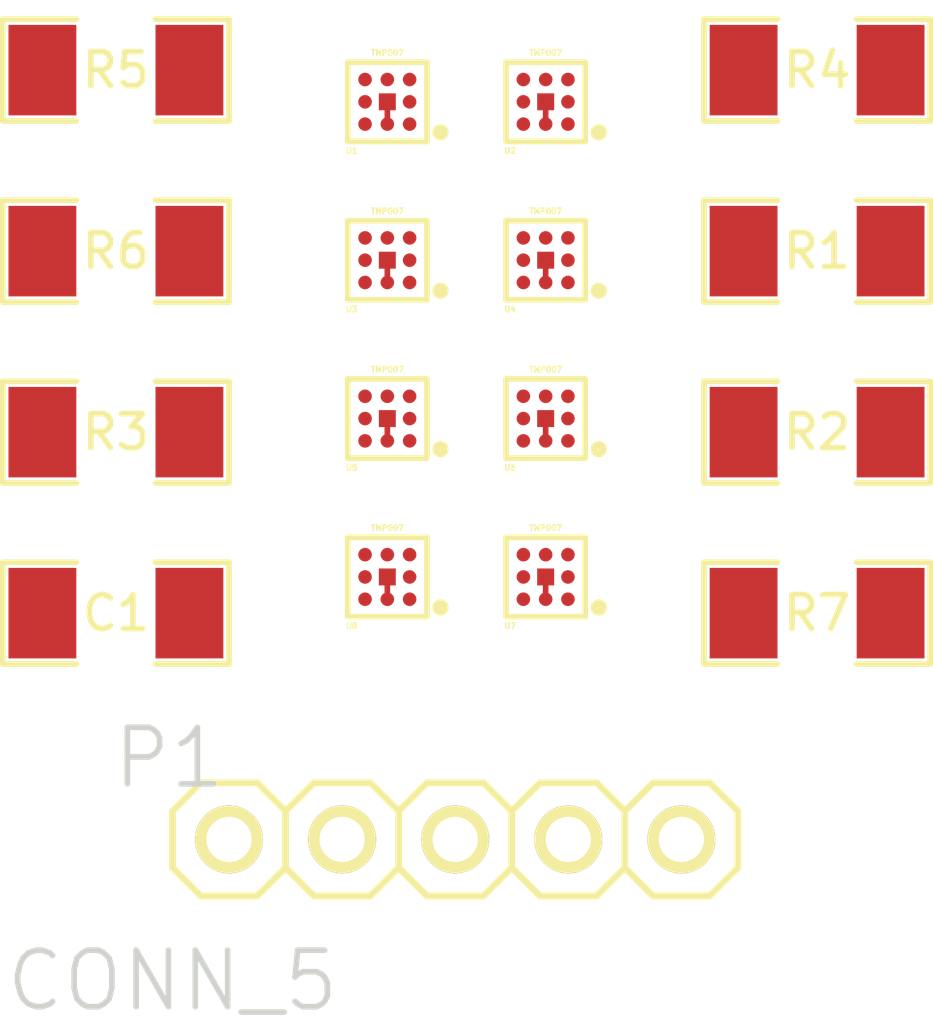
<source format=kicad_pcb>
(kicad_pcb (version 3) (host pcbnew "(2013-07-07 BZR 4022)-stable")

  (general
    (links 76)
    (no_connects 76)
    (area 0 0 0 0)
    (thickness 1.6)
    (drawings 0)
    (tracks 0)
    (zones 0)
    (modules 17)
    (nets 10)
  )

  (page A3)
  (layers
    (15 F.Cu signal)
    (0 B.Cu signal)
    (16 B.Adhes user)
    (17 F.Adhes user)
    (18 B.Paste user)
    (19 F.Paste user)
    (20 B.SilkS user)
    (21 F.SilkS user)
    (22 B.Mask user)
    (23 F.Mask user)
    (24 Dwgs.User user)
    (25 Cmts.User user)
    (26 Eco1.User user)
    (27 Eco2.User user)
    (28 Edge.Cuts user)
  )

  (setup
    (last_trace_width 0.254)
    (trace_clearance 0.254)
    (zone_clearance 0.508)
    (zone_45_only no)
    (trace_min 0.254)
    (segment_width 0.2)
    (edge_width 0.1)
    (via_size 0.889)
    (via_drill 0.635)
    (via_min_size 0.889)
    (via_min_drill 0.508)
    (uvia_size 0.508)
    (uvia_drill 0.127)
    (uvias_allowed no)
    (uvia_min_size 0.508)
    (uvia_min_drill 0.127)
    (pcb_text_width 0.3)
    (pcb_text_size 1.5 1.5)
    (mod_edge_width 0.15)
    (mod_text_size 1 1)
    (mod_text_width 0.15)
    (pad_size 0.127 0.500381)
    (pad_drill 0)
    (pad_to_mask_clearance 0)
    (aux_axis_origin 0 0)
    (visible_elements FFFFFBBF)
    (pcbplotparams
      (layerselection 3178497)
      (usegerberextensions true)
      (excludeedgelayer true)
      (linewidth 0.150000)
      (plotframeref false)
      (viasonmask false)
      (mode 1)
      (useauxorigin false)
      (hpglpennumber 1)
      (hpglpenspeed 20)
      (hpglpendiameter 15)
      (hpglpenoverlay 2)
      (psnegative false)
      (psa4output false)
      (plotreference true)
      (plotvalue true)
      (plotothertext true)
      (plotinvisibletext false)
      (padsonsilk false)
      (subtractmaskfromsilk false)
      (outputformat 1)
      (mirror false)
      (drillshape 1)
      (scaleselection 1)
      (outputdirectory ""))
  )

  (net 0 "")
  (net 1 /DRDY)
  (net 2 /GR0)
  (net 3 /GR1)
  (net 4 /SCL)
  (net 5 /SDA)
  (net 6 /VR0)
  (net 7 /VR1)
  (net 8 GND)
  (net 9 VCC)

  (net_class Default "This is the default net class."
    (clearance 0.254)
    (trace_width 0.254)
    (via_dia 0.889)
    (via_drill 0.635)
    (uvia_dia 0.508)
    (uvia_drill 0.127)
    (add_net "")
    (add_net /DRDY)
    (add_net /GR0)
    (add_net /GR1)
    (add_net /SCL)
    (add_net /SDA)
    (add_net /VR0)
    (add_net /VR1)
    (add_net GND)
    (add_net VCC)
  )

  (module TMP007 (layer F.Cu) (tedit 55331A11) (tstamp 55332120)
    (at 229.616 186.1312)
    (path /5527F9F1)
    (fp_text reference U7 (at -0.8 1.1) (layer F.SilkS)
      (effects (font (size 0.127 0.127) (thickness 0.03175)))
    )
    (fp_text value TMP007 (at 0 -1.1) (layer F.SilkS)
      (effects (font (size 0.127 0.127) (thickness 0.03175)))
    )
    (fp_circle (center 1.1938 0.6858) (end 1.287781 0.6858) (layer F.SilkS) (width 0.1778))
    (fp_line (start -0.889 -0.889) (end 0.889 -0.889) (layer F.SilkS) (width 0.127))
    (fp_line (start 0.889 -0.889) (end 0.889 0.889) (layer F.SilkS) (width 0.127))
    (fp_line (start 0.889 0.889) (end -0.889 0.889) (layer F.SilkS) (width 0.127))
    (fp_line (start -0.889 0.889) (end -0.889 -0.889) (layer F.SilkS) (width 0.127))
    (pad 1 smd rect (at 0 0) (size 0.381 0.381)
      (layers F.Cu F.Paste F.Mask)
    )
    (pad B3 smd circle (at -0.500381 0) (size 0.3048 0.3048)
      (layers F.Cu F.Paste F.Mask)
      (net 4 /SCL)
    )
    (pad B1 smd circle (at 0.500381 0) (size 0.3048 0.3048)
      (layers F.Cu F.Paste F.Mask)
      (net 7 /VR1)
    )
    (pad A3 smd circle (at -0.500381 0.500381) (size 0.3048 0.3048)
      (layers F.Cu F.Paste F.Mask)
      (net 9 VCC)
    )
    (pad A2 smd circle (at 0 0.500381) (size 0.3048 0.3048)
      (layers F.Cu F.Paste F.Mask)
      (net 8 GND)
    )
    (pad A1 smd circle (at 0.500381 0.500381) (size 0.3048 0.3048)
      (layers F.Cu F.Paste F.Mask)
      (net 8 GND)
    )
    (pad C3 smd circle (at -0.500381 -0.500381) (size 0.3048 0.3048)
      (layers F.Cu F.Paste F.Mask)
      (net 5 /SDA)
    )
    (pad C2 smd circle (at 0 -0.500381) (size 0.3048 0.3048)
      (layers F.Cu F.Paste F.Mask)
      (net 1 /DRDY)
    )
    (pad C1 smd circle (at 0.500381 -0.500381) (size 0.3048 0.3048)
      (layers F.Cu F.Paste F.Mask)
      (net 4 /SCL)
    )
    (pad GNDW connect rect (at 0 0.25019) (size 0.127 0.500381)
      (layers F.Cu F.Mask)
    )
  )

  (module TMP007 (layer F.Cu) (tedit 55331A11) (tstamp 55331B6D)
    (at 226.06 186.1312)
    (path /5527F9DF)
    (fp_text reference U8 (at -0.8 1.1) (layer F.SilkS)
      (effects (font (size 0.127 0.127) (thickness 0.03175)))
    )
    (fp_text value TMP007 (at 0 -1.1) (layer F.SilkS)
      (effects (font (size 0.127 0.127) (thickness 0.03175)))
    )
    (fp_circle (center 1.1938 0.6858) (end 1.287781 0.6858) (layer F.SilkS) (width 0.1778))
    (fp_line (start -0.889 -0.889) (end 0.889 -0.889) (layer F.SilkS) (width 0.127))
    (fp_line (start 0.889 -0.889) (end 0.889 0.889) (layer F.SilkS) (width 0.127))
    (fp_line (start 0.889 0.889) (end -0.889 0.889) (layer F.SilkS) (width 0.127))
    (fp_line (start -0.889 0.889) (end -0.889 -0.889) (layer F.SilkS) (width 0.127))
    (pad 1 smd rect (at 0 0) (size 0.381 0.381)
      (layers F.Cu F.Paste F.Mask)
    )
    (pad B3 smd circle (at -0.500381 0) (size 0.3048 0.3048)
      (layers F.Cu F.Paste F.Mask)
      (net 4 /SCL)
    )
    (pad B1 smd circle (at 0.500381 0) (size 0.3048 0.3048)
      (layers F.Cu F.Paste F.Mask)
      (net 7 /VR1)
    )
    (pad A3 smd circle (at -0.500381 0.500381) (size 0.3048 0.3048)
      (layers F.Cu F.Paste F.Mask)
      (net 9 VCC)
    )
    (pad A2 smd circle (at 0 0.500381) (size 0.3048 0.3048)
      (layers F.Cu F.Paste F.Mask)
      (net 8 GND)
    )
    (pad A1 smd circle (at 0.500381 0.500381) (size 0.3048 0.3048)
      (layers F.Cu F.Paste F.Mask)
      (net 8 GND)
    )
    (pad C3 smd circle (at -0.500381 -0.500381) (size 0.3048 0.3048)
      (layers F.Cu F.Paste F.Mask)
      (net 5 /SDA)
    )
    (pad C2 smd circle (at 0 -0.500381) (size 0.3048 0.3048)
      (layers F.Cu F.Paste F.Mask)
      (net 1 /DRDY)
    )
    (pad C1 smd circle (at 0.500381 -0.500381) (size 0.3048 0.3048)
      (layers F.Cu F.Paste F.Mask)
      (net 5 /SDA)
    )
    (pad GNDW connect rect (at 0 0.25019) (size 0.127 0.500381)
      (layers F.Cu F.Mask)
    )
  )

  (module TMP007 (layer F.Cu) (tedit 55331A11) (tstamp 55331B80)
    (at 229.616 182.5752)
    (path /5527F9CD)
    (fp_text reference U6 (at -0.8 1.1) (layer F.SilkS)
      (effects (font (size 0.127 0.127) (thickness 0.03175)))
    )
    (fp_text value TMP007 (at 0 -1.1) (layer F.SilkS)
      (effects (font (size 0.127 0.127) (thickness 0.03175)))
    )
    (fp_circle (center 1.1938 0.6858) (end 1.287781 0.6858) (layer F.SilkS) (width 0.1778))
    (fp_line (start -0.889 -0.889) (end 0.889 -0.889) (layer F.SilkS) (width 0.127))
    (fp_line (start 0.889 -0.889) (end 0.889 0.889) (layer F.SilkS) (width 0.127))
    (fp_line (start 0.889 0.889) (end -0.889 0.889) (layer F.SilkS) (width 0.127))
    (fp_line (start -0.889 0.889) (end -0.889 -0.889) (layer F.SilkS) (width 0.127))
    (pad 1 smd rect (at 0 0) (size 0.381 0.381)
      (layers F.Cu F.Paste F.Mask)
    )
    (pad B3 smd circle (at -0.500381 0) (size 0.3048 0.3048)
      (layers F.Cu F.Paste F.Mask)
      (net 4 /SCL)
    )
    (pad B1 smd circle (at 0.500381 0) (size 0.3048 0.3048)
      (layers F.Cu F.Paste F.Mask)
      (net 7 /VR1)
    )
    (pad A3 smd circle (at -0.500381 0.500381) (size 0.3048 0.3048)
      (layers F.Cu F.Paste F.Mask)
      (net 9 VCC)
    )
    (pad A2 smd circle (at 0 0.500381) (size 0.3048 0.3048)
      (layers F.Cu F.Paste F.Mask)
      (net 8 GND)
    )
    (pad A1 smd circle (at 0.500381 0.500381) (size 0.3048 0.3048)
      (layers F.Cu F.Paste F.Mask)
      (net 8 GND)
    )
    (pad C3 smd circle (at -0.500381 -0.500381) (size 0.3048 0.3048)
      (layers F.Cu F.Paste F.Mask)
      (net 5 /SDA)
    )
    (pad C2 smd circle (at 0 -0.500381) (size 0.3048 0.3048)
      (layers F.Cu F.Paste F.Mask)
      (net 1 /DRDY)
    )
    (pad C1 smd circle (at 0.500381 -0.500381) (size 0.3048 0.3048)
      (layers F.Cu F.Paste F.Mask)
      (net 6 /VR0)
    )
    (pad GNDW connect rect (at 0 0.25019) (size 0.127 0.500381)
      (layers F.Cu F.Mask)
    )
  )

  (module TMP007 (layer F.Cu) (tedit 55331A11) (tstamp 55331B93)
    (at 226.06 182.5752)
    (path /5527F9BB)
    (fp_text reference U5 (at -0.8 1.1) (layer F.SilkS)
      (effects (font (size 0.127 0.127) (thickness 0.03175)))
    )
    (fp_text value TMP007 (at 0 -1.1) (layer F.SilkS)
      (effects (font (size 0.127 0.127) (thickness 0.03175)))
    )
    (fp_circle (center 1.1938 0.6858) (end 1.287781 0.6858) (layer F.SilkS) (width 0.1778))
    (fp_line (start -0.889 -0.889) (end 0.889 -0.889) (layer F.SilkS) (width 0.127))
    (fp_line (start 0.889 -0.889) (end 0.889 0.889) (layer F.SilkS) (width 0.127))
    (fp_line (start 0.889 0.889) (end -0.889 0.889) (layer F.SilkS) (width 0.127))
    (fp_line (start -0.889 0.889) (end -0.889 -0.889) (layer F.SilkS) (width 0.127))
    (pad 1 smd rect (at 0 0) (size 0.381 0.381)
      (layers F.Cu F.Paste F.Mask)
    )
    (pad B3 smd circle (at -0.500381 0) (size 0.3048 0.3048)
      (layers F.Cu F.Paste F.Mask)
      (net 4 /SCL)
    )
    (pad B1 smd circle (at 0.500381 0) (size 0.3048 0.3048)
      (layers F.Cu F.Paste F.Mask)
      (net 7 /VR1)
    )
    (pad A3 smd circle (at -0.500381 0.500381) (size 0.3048 0.3048)
      (layers F.Cu F.Paste F.Mask)
      (net 9 VCC)
    )
    (pad A2 smd circle (at 0 0.500381) (size 0.3048 0.3048)
      (layers F.Cu F.Paste F.Mask)
      (net 8 GND)
    )
    (pad A1 smd circle (at 0.500381 0.500381) (size 0.3048 0.3048)
      (layers F.Cu F.Paste F.Mask)
      (net 8 GND)
    )
    (pad C3 smd circle (at -0.500381 -0.500381) (size 0.3048 0.3048)
      (layers F.Cu F.Paste F.Mask)
      (net 5 /SDA)
    )
    (pad C2 smd circle (at 0 -0.500381) (size 0.3048 0.3048)
      (layers F.Cu F.Paste F.Mask)
      (net 1 /DRDY)
    )
    (pad C1 smd circle (at 0.500381 -0.500381) (size 0.3048 0.3048)
      (layers F.Cu F.Paste F.Mask)
      (net 2 /GR0)
    )
    (pad GNDW connect rect (at 0 0.25019) (size 0.127 0.500381)
      (layers F.Cu F.Mask)
    )
  )

  (module TMP007 (layer F.Cu) (tedit 55331A11) (tstamp 55331BA6)
    (at 229.616 179.0192)
    (path /5527F9A9)
    (fp_text reference U4 (at -0.8 1.1) (layer F.SilkS)
      (effects (font (size 0.127 0.127) (thickness 0.03175)))
    )
    (fp_text value TMP007 (at 0 -1.1) (layer F.SilkS)
      (effects (font (size 0.127 0.127) (thickness 0.03175)))
    )
    (fp_circle (center 1.1938 0.6858) (end 1.287781 0.6858) (layer F.SilkS) (width 0.1778))
    (fp_line (start -0.889 -0.889) (end 0.889 -0.889) (layer F.SilkS) (width 0.127))
    (fp_line (start 0.889 -0.889) (end 0.889 0.889) (layer F.SilkS) (width 0.127))
    (fp_line (start 0.889 0.889) (end -0.889 0.889) (layer F.SilkS) (width 0.127))
    (fp_line (start -0.889 0.889) (end -0.889 -0.889) (layer F.SilkS) (width 0.127))
    (pad 1 smd rect (at 0 0) (size 0.381 0.381)
      (layers F.Cu F.Paste F.Mask)
    )
    (pad B3 smd circle (at -0.500381 0) (size 0.3048 0.3048)
      (layers F.Cu F.Paste F.Mask)
      (net 4 /SCL)
    )
    (pad B1 smd circle (at 0.500381 0) (size 0.3048 0.3048)
      (layers F.Cu F.Paste F.Mask)
      (net 2 /GR0)
    )
    (pad A3 smd circle (at -0.500381 0.500381) (size 0.3048 0.3048)
      (layers F.Cu F.Paste F.Mask)
      (net 9 VCC)
    )
    (pad A2 smd circle (at 0 0.500381) (size 0.3048 0.3048)
      (layers F.Cu F.Paste F.Mask)
      (net 8 GND)
    )
    (pad A1 smd circle (at 0.500381 0.500381) (size 0.3048 0.3048)
      (layers F.Cu F.Paste F.Mask)
      (net 8 GND)
    )
    (pad C3 smd circle (at -0.500381 -0.500381) (size 0.3048 0.3048)
      (layers F.Cu F.Paste F.Mask)
      (net 5 /SDA)
    )
    (pad C2 smd circle (at 0 -0.500381) (size 0.3048 0.3048)
      (layers F.Cu F.Paste F.Mask)
      (net 1 /DRDY)
    )
    (pad C1 smd circle (at 0.500381 -0.500381) (size 0.3048 0.3048)
      (layers F.Cu F.Paste F.Mask)
      (net 4 /SCL)
    )
    (pad GNDW connect rect (at 0 0.25019) (size 0.127 0.500381)
      (layers F.Cu F.Mask)
    )
  )

  (module TMP007 (layer F.Cu) (tedit 55331A11) (tstamp 55331BB9)
    (at 226.06 179.0192)
    (path /5527F997)
    (fp_text reference U3 (at -0.8 1.1) (layer F.SilkS)
      (effects (font (size 0.127 0.127) (thickness 0.03175)))
    )
    (fp_text value TMP007 (at 0 -1.1) (layer F.SilkS)
      (effects (font (size 0.127 0.127) (thickness 0.03175)))
    )
    (fp_circle (center 1.1938 0.6858) (end 1.287781 0.6858) (layer F.SilkS) (width 0.1778))
    (fp_line (start -0.889 -0.889) (end 0.889 -0.889) (layer F.SilkS) (width 0.127))
    (fp_line (start 0.889 -0.889) (end 0.889 0.889) (layer F.SilkS) (width 0.127))
    (fp_line (start 0.889 0.889) (end -0.889 0.889) (layer F.SilkS) (width 0.127))
    (fp_line (start -0.889 0.889) (end -0.889 -0.889) (layer F.SilkS) (width 0.127))
    (pad 1 smd rect (at 0 0) (size 0.381 0.381)
      (layers F.Cu F.Paste F.Mask)
    )
    (pad B3 smd circle (at -0.500381 0) (size 0.3048 0.3048)
      (layers F.Cu F.Paste F.Mask)
      (net 4 /SCL)
    )
    (pad B1 smd circle (at 0.500381 0) (size 0.3048 0.3048)
      (layers F.Cu F.Paste F.Mask)
      (net 3 /GR1)
    )
    (pad A3 smd circle (at -0.500381 0.500381) (size 0.3048 0.3048)
      (layers F.Cu F.Paste F.Mask)
      (net 9 VCC)
    )
    (pad A2 smd circle (at 0 0.500381) (size 0.3048 0.3048)
      (layers F.Cu F.Paste F.Mask)
      (net 8 GND)
    )
    (pad A1 smd circle (at 0.500381 0.500381) (size 0.3048 0.3048)
      (layers F.Cu F.Paste F.Mask)
      (net 8 GND)
    )
    (pad C3 smd circle (at -0.500381 -0.500381) (size 0.3048 0.3048)
      (layers F.Cu F.Paste F.Mask)
      (net 5 /SDA)
    )
    (pad C2 smd circle (at 0 -0.500381) (size 0.3048 0.3048)
      (layers F.Cu F.Paste F.Mask)
      (net 1 /DRDY)
    )
    (pad C1 smd circle (at 0.500381 -0.500381) (size 0.3048 0.3048)
      (layers F.Cu F.Paste F.Mask)
      (net 5 /SDA)
    )
    (pad GNDW connect rect (at 0 0.25019) (size 0.127 0.500381)
      (layers F.Cu F.Mask)
    )
  )

  (module TMP007 (layer F.Cu) (tedit 55331A11) (tstamp 55331BCC)
    (at 229.616 175.4632)
    (path /5527F985)
    (fp_text reference U2 (at -0.8 1.1) (layer F.SilkS)
      (effects (font (size 0.127 0.127) (thickness 0.03175)))
    )
    (fp_text value TMP007 (at 0 -1.1) (layer F.SilkS)
      (effects (font (size 0.127 0.127) (thickness 0.03175)))
    )
    (fp_circle (center 1.1938 0.6858) (end 1.287781 0.6858) (layer F.SilkS) (width 0.1778))
    (fp_line (start -0.889 -0.889) (end 0.889 -0.889) (layer F.SilkS) (width 0.127))
    (fp_line (start 0.889 -0.889) (end 0.889 0.889) (layer F.SilkS) (width 0.127))
    (fp_line (start 0.889 0.889) (end -0.889 0.889) (layer F.SilkS) (width 0.127))
    (fp_line (start -0.889 0.889) (end -0.889 -0.889) (layer F.SilkS) (width 0.127))
    (pad 1 smd rect (at 0 0) (size 0.381 0.381)
      (layers F.Cu F.Paste F.Mask)
    )
    (pad B3 smd circle (at -0.500381 0) (size 0.3048 0.3048)
      (layers F.Cu F.Paste F.Mask)
      (net 4 /SCL)
    )
    (pad B1 smd circle (at 0.500381 0) (size 0.3048 0.3048)
      (layers F.Cu F.Paste F.Mask)
      (net 3 /GR1)
    )
    (pad A3 smd circle (at -0.500381 0.500381) (size 0.3048 0.3048)
      (layers F.Cu F.Paste F.Mask)
      (net 9 VCC)
    )
    (pad A2 smd circle (at 0 0.500381) (size 0.3048 0.3048)
      (layers F.Cu F.Paste F.Mask)
      (net 8 GND)
    )
    (pad A1 smd circle (at 0.500381 0.500381) (size 0.3048 0.3048)
      (layers F.Cu F.Paste F.Mask)
      (net 8 GND)
    )
    (pad C3 smd circle (at -0.500381 -0.500381) (size 0.3048 0.3048)
      (layers F.Cu F.Paste F.Mask)
      (net 5 /SDA)
    )
    (pad C2 smd circle (at 0 -0.500381) (size 0.3048 0.3048)
      (layers F.Cu F.Paste F.Mask)
      (net 1 /DRDY)
    )
    (pad C1 smd circle (at 0.500381 -0.500381) (size 0.3048 0.3048)
      (layers F.Cu F.Paste F.Mask)
      (net 6 /VR0)
    )
    (pad GNDW connect rect (at 0 0.25019) (size 0.127 0.500381)
      (layers F.Cu F.Mask)
    )
  )

  (module SM1206 (layer F.Cu) (tedit 42806E24) (tstamp 55331BD8)
    (at 219.964 178.816)
    (path /5527F816)
    (attr smd)
    (fp_text reference R6 (at 0 0) (layer F.SilkS)
      (effects (font (size 0.762 0.762) (thickness 0.127)))
    )
    (fp_text value 10k (at 0 0) (layer F.SilkS) hide
      (effects (font (size 0.762 0.762) (thickness 0.127)))
    )
    (fp_line (start -2.54 -1.143) (end -2.54 1.143) (layer F.SilkS) (width 0.127))
    (fp_line (start -2.54 1.143) (end -0.889 1.143) (layer F.SilkS) (width 0.127))
    (fp_line (start 0.889 -1.143) (end 2.54 -1.143) (layer F.SilkS) (width 0.127))
    (fp_line (start 2.54 -1.143) (end 2.54 1.143) (layer F.SilkS) (width 0.127))
    (fp_line (start 2.54 1.143) (end 0.889 1.143) (layer F.SilkS) (width 0.127))
    (fp_line (start -0.889 -1.143) (end -2.54 -1.143) (layer F.SilkS) (width 0.127))
    (pad 1 smd rect (at -1.651 0) (size 1.524 2.032)
      (layers F.Cu F.Paste F.Mask)
      (net 9 VCC)
    )
    (pad 2 smd rect (at 1.651 0) (size 1.524 2.032)
      (layers F.Cu F.Paste F.Mask)
      (net 4 /SCL)
    )
    (model smd/chip_cms.wrl
      (at (xyz 0 0 0))
      (scale (xyz 0.17 0.16 0.16))
      (rotate (xyz 0 0 0))
    )
  )

  (module SM1206 (layer F.Cu) (tedit 42806E24) (tstamp 55331BE4)
    (at 219.964 174.752)
    (path /5527F807)
    (attr smd)
    (fp_text reference R5 (at 0 0) (layer F.SilkS)
      (effects (font (size 0.762 0.762) (thickness 0.127)))
    )
    (fp_text value 10k (at 0 0) (layer F.SilkS) hide
      (effects (font (size 0.762 0.762) (thickness 0.127)))
    )
    (fp_line (start -2.54 -1.143) (end -2.54 1.143) (layer F.SilkS) (width 0.127))
    (fp_line (start -2.54 1.143) (end -0.889 1.143) (layer F.SilkS) (width 0.127))
    (fp_line (start 0.889 -1.143) (end 2.54 -1.143) (layer F.SilkS) (width 0.127))
    (fp_line (start 2.54 -1.143) (end 2.54 1.143) (layer F.SilkS) (width 0.127))
    (fp_line (start 2.54 1.143) (end 0.889 1.143) (layer F.SilkS) (width 0.127))
    (fp_line (start -0.889 -1.143) (end -2.54 -1.143) (layer F.SilkS) (width 0.127))
    (pad 1 smd rect (at -1.651 0) (size 1.524 2.032)
      (layers F.Cu F.Paste F.Mask)
      (net 9 VCC)
    )
    (pad 2 smd rect (at 1.651 0) (size 1.524 2.032)
      (layers F.Cu F.Paste F.Mask)
      (net 5 /SDA)
    )
    (model smd/chip_cms.wrl
      (at (xyz 0 0 0))
      (scale (xyz 0.17 0.16 0.16))
      (rotate (xyz 0 0 0))
    )
  )

  (module SM1206 (layer F.Cu) (tedit 42806E24) (tstamp 55331BF0)
    (at 235.712 174.752)
    (path /5527F7F8)
    (attr smd)
    (fp_text reference R4 (at 0 0) (layer F.SilkS)
      (effects (font (size 0.762 0.762) (thickness 0.127)))
    )
    (fp_text value 10k (at 0 0) (layer F.SilkS) hide
      (effects (font (size 0.762 0.762) (thickness 0.127)))
    )
    (fp_line (start -2.54 -1.143) (end -2.54 1.143) (layer F.SilkS) (width 0.127))
    (fp_line (start -2.54 1.143) (end -0.889 1.143) (layer F.SilkS) (width 0.127))
    (fp_line (start 0.889 -1.143) (end 2.54 -1.143) (layer F.SilkS) (width 0.127))
    (fp_line (start 2.54 -1.143) (end 2.54 1.143) (layer F.SilkS) (width 0.127))
    (fp_line (start 2.54 1.143) (end 0.889 1.143) (layer F.SilkS) (width 0.127))
    (fp_line (start -0.889 -1.143) (end -2.54 -1.143) (layer F.SilkS) (width 0.127))
    (pad 1 smd rect (at -1.651 0) (size 1.524 2.032)
      (layers F.Cu F.Paste F.Mask)
      (net 9 VCC)
    )
    (pad 2 smd rect (at 1.651 0) (size 1.524 2.032)
      (layers F.Cu F.Paste F.Mask)
      (net 1 /DRDY)
    )
    (model smd/chip_cms.wrl
      (at (xyz 0 0 0))
      (scale (xyz 0.17 0.16 0.16))
      (rotate (xyz 0 0 0))
    )
  )

  (module SM1206 (layer F.Cu) (tedit 42806E24) (tstamp 55331BFC)
    (at 219.964 182.88)
    (path /5527FA76)
    (attr smd)
    (fp_text reference R3 (at 0 0) (layer F.SilkS)
      (effects (font (size 0.762 0.762) (thickness 0.127)))
    )
    (fp_text value 10k (at 0 0) (layer F.SilkS) hide
      (effects (font (size 0.762 0.762) (thickness 0.127)))
    )
    (fp_line (start -2.54 -1.143) (end -2.54 1.143) (layer F.SilkS) (width 0.127))
    (fp_line (start -2.54 1.143) (end -0.889 1.143) (layer F.SilkS) (width 0.127))
    (fp_line (start 0.889 -1.143) (end 2.54 -1.143) (layer F.SilkS) (width 0.127))
    (fp_line (start 2.54 -1.143) (end 2.54 1.143) (layer F.SilkS) (width 0.127))
    (fp_line (start 2.54 1.143) (end 0.889 1.143) (layer F.SilkS) (width 0.127))
    (fp_line (start -0.889 -1.143) (end -2.54 -1.143) (layer F.SilkS) (width 0.127))
    (pad 1 smd rect (at -1.651 0) (size 1.524 2.032)
      (layers F.Cu F.Paste F.Mask)
      (net 9 VCC)
    )
    (pad 2 smd rect (at 1.651 0) (size 1.524 2.032)
      (layers F.Cu F.Paste F.Mask)
      (net 7 /VR1)
    )
    (model smd/chip_cms.wrl
      (at (xyz 0 0 0))
      (scale (xyz 0.17 0.16 0.16))
      (rotate (xyz 0 0 0))
    )
  )

  (module SM1206 (layer F.Cu) (tedit 42806E24) (tstamp 553320CA)
    (at 235.712 186.944)
    (path /5527FA85)
    (attr smd)
    (fp_text reference R7 (at 0 0) (layer F.SilkS)
      (effects (font (size 0.762 0.762) (thickness 0.127)))
    )
    (fp_text value 10k (at 0 0) (layer F.SilkS) hide
      (effects (font (size 0.762 0.762) (thickness 0.127)))
    )
    (fp_line (start -2.54 -1.143) (end -2.54 1.143) (layer F.SilkS) (width 0.127))
    (fp_line (start -2.54 1.143) (end -0.889 1.143) (layer F.SilkS) (width 0.127))
    (fp_line (start 0.889 -1.143) (end 2.54 -1.143) (layer F.SilkS) (width 0.127))
    (fp_line (start 2.54 -1.143) (end 2.54 1.143) (layer F.SilkS) (width 0.127))
    (fp_line (start 2.54 1.143) (end 0.889 1.143) (layer F.SilkS) (width 0.127))
    (fp_line (start -0.889 -1.143) (end -2.54 -1.143) (layer F.SilkS) (width 0.127))
    (pad 1 smd rect (at -1.651 0) (size 1.524 2.032)
      (layers F.Cu F.Paste F.Mask)
      (net 9 VCC)
    )
    (pad 2 smd rect (at 1.651 0) (size 1.524 2.032)
      (layers F.Cu F.Paste F.Mask)
      (net 6 /VR0)
    )
    (model smd/chip_cms.wrl
      (at (xyz 0 0 0))
      (scale (xyz 0.17 0.16 0.16))
      (rotate (xyz 0 0 0))
    )
  )

  (module SM1206 (layer F.Cu) (tedit 42806E24) (tstamp 55331C14)
    (at 235.712 178.816)
    (path /5527FAF9)
    (attr smd)
    (fp_text reference R1 (at 0 0) (layer F.SilkS)
      (effects (font (size 0.762 0.762) (thickness 0.127)))
    )
    (fp_text value 10k (at 0 0) (layer F.SilkS) hide
      (effects (font (size 0.762 0.762) (thickness 0.127)))
    )
    (fp_line (start -2.54 -1.143) (end -2.54 1.143) (layer F.SilkS) (width 0.127))
    (fp_line (start -2.54 1.143) (end -0.889 1.143) (layer F.SilkS) (width 0.127))
    (fp_line (start 0.889 -1.143) (end 2.54 -1.143) (layer F.SilkS) (width 0.127))
    (fp_line (start 2.54 -1.143) (end 2.54 1.143) (layer F.SilkS) (width 0.127))
    (fp_line (start 2.54 1.143) (end 0.889 1.143) (layer F.SilkS) (width 0.127))
    (fp_line (start -0.889 -1.143) (end -2.54 -1.143) (layer F.SilkS) (width 0.127))
    (pad 1 smd rect (at -1.651 0) (size 1.524 2.032)
      (layers F.Cu F.Paste F.Mask)
      (net 8 GND)
    )
    (pad 2 smd rect (at 1.651 0) (size 1.524 2.032)
      (layers F.Cu F.Paste F.Mask)
      (net 3 /GR1)
    )
    (model smd/chip_cms.wrl
      (at (xyz 0 0 0))
      (scale (xyz 0.17 0.16 0.16))
      (rotate (xyz 0 0 0))
    )
  )

  (module SM1206 (layer F.Cu) (tedit 42806E24) (tstamp 55331C20)
    (at 235.712 182.88)
    (path /5527FDE2)
    (attr smd)
    (fp_text reference R2 (at 0 0) (layer F.SilkS)
      (effects (font (size 0.762 0.762) (thickness 0.127)))
    )
    (fp_text value 10k (at 0 0) (layer F.SilkS) hide
      (effects (font (size 0.762 0.762) (thickness 0.127)))
    )
    (fp_line (start -2.54 -1.143) (end -2.54 1.143) (layer F.SilkS) (width 0.127))
    (fp_line (start -2.54 1.143) (end -0.889 1.143) (layer F.SilkS) (width 0.127))
    (fp_line (start 0.889 -1.143) (end 2.54 -1.143) (layer F.SilkS) (width 0.127))
    (fp_line (start 2.54 -1.143) (end 2.54 1.143) (layer F.SilkS) (width 0.127))
    (fp_line (start 2.54 1.143) (end 0.889 1.143) (layer F.SilkS) (width 0.127))
    (fp_line (start -0.889 -1.143) (end -2.54 -1.143) (layer F.SilkS) (width 0.127))
    (pad 1 smd rect (at -1.651 0) (size 1.524 2.032)
      (layers F.Cu F.Paste F.Mask)
      (net 8 GND)
    )
    (pad 2 smd rect (at 1.651 0) (size 1.524 2.032)
      (layers F.Cu F.Paste F.Mask)
      (net 2 /GR0)
    )
    (model smd/chip_cms.wrl
      (at (xyz 0 0 0))
      (scale (xyz 0.17 0.16 0.16))
      (rotate (xyz 0 0 0))
    )
  )

  (module SM1206 (layer F.Cu) (tedit 42806E24) (tstamp 55331C2C)
    (at 219.964 186.944)
    (path /552802EE)
    (attr smd)
    (fp_text reference C1 (at 0 0) (layer F.SilkS)
      (effects (font (size 0.762 0.762) (thickness 0.127)))
    )
    (fp_text value 0.1uF (at 0 0) (layer F.SilkS) hide
      (effects (font (size 0.762 0.762) (thickness 0.127)))
    )
    (fp_line (start -2.54 -1.143) (end -2.54 1.143) (layer F.SilkS) (width 0.127))
    (fp_line (start -2.54 1.143) (end -0.889 1.143) (layer F.SilkS) (width 0.127))
    (fp_line (start 0.889 -1.143) (end 2.54 -1.143) (layer F.SilkS) (width 0.127))
    (fp_line (start 2.54 -1.143) (end 2.54 1.143) (layer F.SilkS) (width 0.127))
    (fp_line (start 2.54 1.143) (end 0.889 1.143) (layer F.SilkS) (width 0.127))
    (fp_line (start -0.889 -1.143) (end -2.54 -1.143) (layer F.SilkS) (width 0.127))
    (pad 1 smd rect (at -1.651 0) (size 1.524 2.032)
      (layers F.Cu F.Paste F.Mask)
      (net 9 VCC)
    )
    (pad 2 smd rect (at 1.651 0) (size 1.524 2.032)
      (layers F.Cu F.Paste F.Mask)
      (net 8 GND)
    )
    (model smd/chip_cms.wrl
      (at (xyz 0 0 0))
      (scale (xyz 0.17 0.16 0.16))
      (rotate (xyz 0 0 0))
    )
  )

  (module 1X05 (layer F.Cu) (tedit 200000) (tstamp 5533210C)
    (at 227.584 192.024)
    (descr "PIN HEADER")
    (tags "PIN HEADER")
    (path /5532FC28)
    (attr virtual)
    (fp_text reference P1 (at -6.4262 -1.8288) (layer Edge.Cuts)
      (effects (font (size 1.27 1.27) (thickness 0.127)))
    )
    (fp_text value CONN_5 (at -6.35 3.175) (layer Edge.Cuts)
      (effects (font (size 1.27 1.27) (thickness 0.127)))
    )
    (fp_line (start 2.286 0.254) (end 2.794 0.254) (layer F.SilkS) (width 0.2032))
    (fp_line (start 2.794 0.254) (end 2.794 -0.254) (layer F.SilkS) (width 0.2032))
    (fp_line (start 2.286 -0.254) (end 2.794 -0.254) (layer F.SilkS) (width 0.2032))
    (fp_line (start 2.286 0.254) (end 2.286 -0.254) (layer F.SilkS) (width 0.2032))
    (fp_line (start -0.254 0.254) (end 0.254 0.254) (layer F.SilkS) (width 0.2032))
    (fp_line (start 0.254 0.254) (end 0.254 -0.254) (layer F.SilkS) (width 0.2032))
    (fp_line (start -0.254 -0.254) (end 0.254 -0.254) (layer F.SilkS) (width 0.2032))
    (fp_line (start -0.254 0.254) (end -0.254 -0.254) (layer F.SilkS) (width 0.2032))
    (fp_line (start -2.794 0.254) (end -2.286 0.254) (layer F.SilkS) (width 0.2032))
    (fp_line (start -2.286 0.254) (end -2.286 -0.254) (layer F.SilkS) (width 0.2032))
    (fp_line (start -2.794 -0.254) (end -2.286 -0.254) (layer F.SilkS) (width 0.2032))
    (fp_line (start -2.794 0.254) (end -2.794 -0.254) (layer F.SilkS) (width 0.2032))
    (fp_line (start -5.334 0.254) (end -4.826 0.254) (layer F.SilkS) (width 0.2032))
    (fp_line (start -4.826 0.254) (end -4.826 -0.254) (layer F.SilkS) (width 0.2032))
    (fp_line (start -5.334 -0.254) (end -4.826 -0.254) (layer F.SilkS) (width 0.2032))
    (fp_line (start -5.334 0.254) (end -5.334 -0.254) (layer F.SilkS) (width 0.2032))
    (fp_line (start 4.826 0.254) (end 5.334 0.254) (layer F.SilkS) (width 0.2032))
    (fp_line (start 5.334 0.254) (end 5.334 -0.254) (layer F.SilkS) (width 0.2032))
    (fp_line (start 4.826 -0.254) (end 5.334 -0.254) (layer F.SilkS) (width 0.2032))
    (fp_line (start 4.826 0.254) (end 4.826 -0.254) (layer F.SilkS) (width 0.2032))
    (fp_line (start 1.905 -1.27) (end 3.175 -1.27) (layer F.SilkS) (width 0.1524))
    (fp_line (start 3.175 -1.27) (end 3.81 -0.635) (layer F.SilkS) (width 0.1524))
    (fp_line (start 3.81 -0.635) (end 3.81 0.635) (layer F.SilkS) (width 0.1524))
    (fp_line (start 3.81 0.635) (end 3.175 1.27) (layer F.SilkS) (width 0.1524))
    (fp_line (start -1.27 -0.635) (end -0.635 -1.27) (layer F.SilkS) (width 0.1524))
    (fp_line (start -0.635 -1.27) (end 0.635 -1.27) (layer F.SilkS) (width 0.1524))
    (fp_line (start 0.635 -1.27) (end 1.27 -0.635) (layer F.SilkS) (width 0.1524))
    (fp_line (start 1.27 -0.635) (end 1.27 0.635) (layer F.SilkS) (width 0.1524))
    (fp_line (start 1.27 0.635) (end 0.635 1.27) (layer F.SilkS) (width 0.1524))
    (fp_line (start 0.635 1.27) (end -0.635 1.27) (layer F.SilkS) (width 0.1524))
    (fp_line (start -0.635 1.27) (end -1.27 0.635) (layer F.SilkS) (width 0.1524))
    (fp_line (start 1.905 -1.27) (end 1.27 -0.635) (layer F.SilkS) (width 0.1524))
    (fp_line (start 1.27 0.635) (end 1.905 1.27) (layer F.SilkS) (width 0.1524))
    (fp_line (start 3.175 1.27) (end 1.905 1.27) (layer F.SilkS) (width 0.1524))
    (fp_line (start -5.715 -1.27) (end -4.445 -1.27) (layer F.SilkS) (width 0.1524))
    (fp_line (start -4.445 -1.27) (end -3.81 -0.635) (layer F.SilkS) (width 0.1524))
    (fp_line (start -3.81 -0.635) (end -3.81 0.635) (layer F.SilkS) (width 0.1524))
    (fp_line (start -3.81 0.635) (end -4.445 1.27) (layer F.SilkS) (width 0.1524))
    (fp_line (start -3.81 -0.635) (end -3.175 -1.27) (layer F.SilkS) (width 0.1524))
    (fp_line (start -3.175 -1.27) (end -1.905 -1.27) (layer F.SilkS) (width 0.1524))
    (fp_line (start -1.905 -1.27) (end -1.27 -0.635) (layer F.SilkS) (width 0.1524))
    (fp_line (start -1.27 -0.635) (end -1.27 0.635) (layer F.SilkS) (width 0.1524))
    (fp_line (start -1.27 0.635) (end -1.905 1.27) (layer F.SilkS) (width 0.1524))
    (fp_line (start -1.905 1.27) (end -3.175 1.27) (layer F.SilkS) (width 0.1524))
    (fp_line (start -3.175 1.27) (end -3.81 0.635) (layer F.SilkS) (width 0.1524))
    (fp_line (start -6.35 -0.635) (end -6.35 0.635) (layer F.SilkS) (width 0.1524))
    (fp_line (start -5.715 -1.27) (end -6.35 -0.635) (layer F.SilkS) (width 0.1524))
    (fp_line (start -6.35 0.635) (end -5.715 1.27) (layer F.SilkS) (width 0.1524))
    (fp_line (start -4.445 1.27) (end -5.715 1.27) (layer F.SilkS) (width 0.1524))
    (fp_line (start 4.445 -1.27) (end 5.715 -1.27) (layer F.SilkS) (width 0.1524))
    (fp_line (start 5.715 -1.27) (end 6.35 -0.635) (layer F.SilkS) (width 0.1524))
    (fp_line (start 6.35 -0.635) (end 6.35 0.635) (layer F.SilkS) (width 0.1524))
    (fp_line (start 6.35 0.635) (end 5.715 1.27) (layer F.SilkS) (width 0.1524))
    (fp_line (start 4.445 -1.27) (end 3.81 -0.635) (layer F.SilkS) (width 0.1524))
    (fp_line (start 3.81 0.635) (end 4.445 1.27) (layer F.SilkS) (width 0.1524))
    (fp_line (start 5.715 1.27) (end 4.445 1.27) (layer F.SilkS) (width 0.1524))
    (pad 1 thru_hole oval (at -5.08 0) (size 1.524 1.524) (drill 1.016)
      (layers *.Cu *.Mask F.SilkS)
      (net 9 VCC)
    )
    (pad 2 thru_hole oval (at -2.54 0) (size 1.524 1.524) (drill 1.016)
      (layers *.Cu *.Mask F.SilkS)
      (net 4 /SCL)
    )
    (pad 3 thru_hole oval (at 0 0) (size 1.524 1.524) (drill 1.016)
      (layers *.Cu *.Mask F.SilkS)
      (net 5 /SDA)
    )
    (pad 4 thru_hole oval (at 2.54 0) (size 1.524 1.524) (drill 1.016)
      (layers *.Cu *.Mask F.SilkS)
      (net 1 /DRDY)
    )
    (pad 5 thru_hole oval (at 5.08 0) (size 1.524 1.524) (drill 1.016)
      (layers *.Cu *.Mask F.SilkS)
      (net 8 GND)
    )
    (model pin_array_x1/pins_array_05x1.wrl
      (at (xyz 0 0 0))
      (scale (xyz 1 1 1))
      (rotate (xyz 0 0 0))
    )
  )

  (module TMP007 (layer F.Cu) (tedit 55332A0A) (tstamp 55332ABB)
    (at 226.06 175.4632)
    (path /5527F70C)
    (fp_text reference U1 (at -0.8 1.1) (layer F.SilkS)
      (effects (font (size 0.127 0.127) (thickness 0.03175)))
    )
    (fp_text value TMP007 (at 0 -1.1) (layer F.SilkS)
      (effects (font (size 0.127 0.127) (thickness 0.03175)))
    )
    (fp_circle (center 1.1938 0.6858) (end 1.287781 0.6858) (layer F.SilkS) (width 0.1778))
    (fp_line (start -0.889 -0.889) (end 0.889 -0.889) (layer F.SilkS) (width 0.127))
    (fp_line (start 0.889 -0.889) (end 0.889 0.889) (layer F.SilkS) (width 0.127))
    (fp_line (start 0.889 0.889) (end -0.889 0.889) (layer F.SilkS) (width 0.127))
    (fp_line (start -0.889 0.889) (end -0.889 -0.889) (layer F.SilkS) (width 0.127))
    (pad 1 smd rect (at 0 0) (size 0.381 0.381)
      (layers F.Cu F.Paste F.Mask)
      (clearance 0.0381)
    )
    (pad B3 smd circle (at -0.500381 0) (size 0.3048 0.3048)
      (layers F.Cu F.Paste F.Mask)
      (net 4 /SCL)
      (clearance 0.127)
    )
    (pad B1 smd circle (at 0.500381 0) (size 0.3048 0.3048)
      (layers F.Cu F.Paste F.Mask)
      (net 3 /GR1)
      (clearance 0.127)
    )
    (pad A3 smd circle (at -0.500381 0.500381) (size 0.3048 0.3048)
      (layers F.Cu F.Paste F.Mask)
      (net 9 VCC)
      (clearance 0.127)
    )
    (pad A2 smd circle (at 0 0.500381) (size 0.3048 0.3048)
      (layers F.Cu F.Paste F.Mask)
      (net 8 GND)
      (clearance 0.127)
    )
    (pad A1 smd circle (at 0.500381 0.500381) (size 0.3048 0.3048)
      (layers F.Cu F.Paste F.Mask)
      (net 8 GND)
      (clearance 0.127)
    )
    (pad C3 smd circle (at -0.500381 -0.500381) (size 0.3048 0.3048)
      (layers F.Cu F.Paste F.Mask)
      (net 5 /SDA)
      (clearance 0.127)
    )
    (pad C2 smd circle (at 0 -0.500381) (size 0.3048 0.3048)
      (layers F.Cu F.Paste F.Mask)
      (net 1 /DRDY)
      (clearance 0.127)
    )
    (pad C1 smd circle (at 0.500381 -0.500381) (size 0.3048 0.3048)
      (layers F.Cu F.Paste F.Mask)
      (net 2 /GR0)
      (clearance 0.127)
    )
    (pad GNDW connect rect (at 0 0.25019) (size 0.127 0.500381)
      (layers F.Cu F.Mask)
      (clearance 0.025)
    )
  )

  (zone (net 8) (net_name GND) (layer F.Cu) (tstamp 55332251) (hatch edge 0.508)
    (connect_pads (clearance 0.508))
    (min_thickness 0.1524)
    (fill (arc_segments 32) (thermal_gap 0.508) (thermal_bridge_width 0.508))
    (polygon
      (pts
        (xy 223.774 173.1772) (xy 223.774 177.7492) (xy 228.346 177.7492) (xy 228.346 173.1772)
      )
    )
  )
  (zone (net 8) (net_name GND) (layer B.Cu) (tstamp 55332397) (hatch edge 0.508)
    (connect_pads (clearance 0.508))
    (min_thickness 0.1524)
    (fill (arc_segments 32) (thermal_gap 0.508) (thermal_bridge_width 0.508))
    (polygon
      (pts
        (xy 228.346 177.7492) (xy 223.774 177.7492) (xy 223.774 173.1772) (xy 228.346 173.1772)
      )
    )
  )
)

</source>
